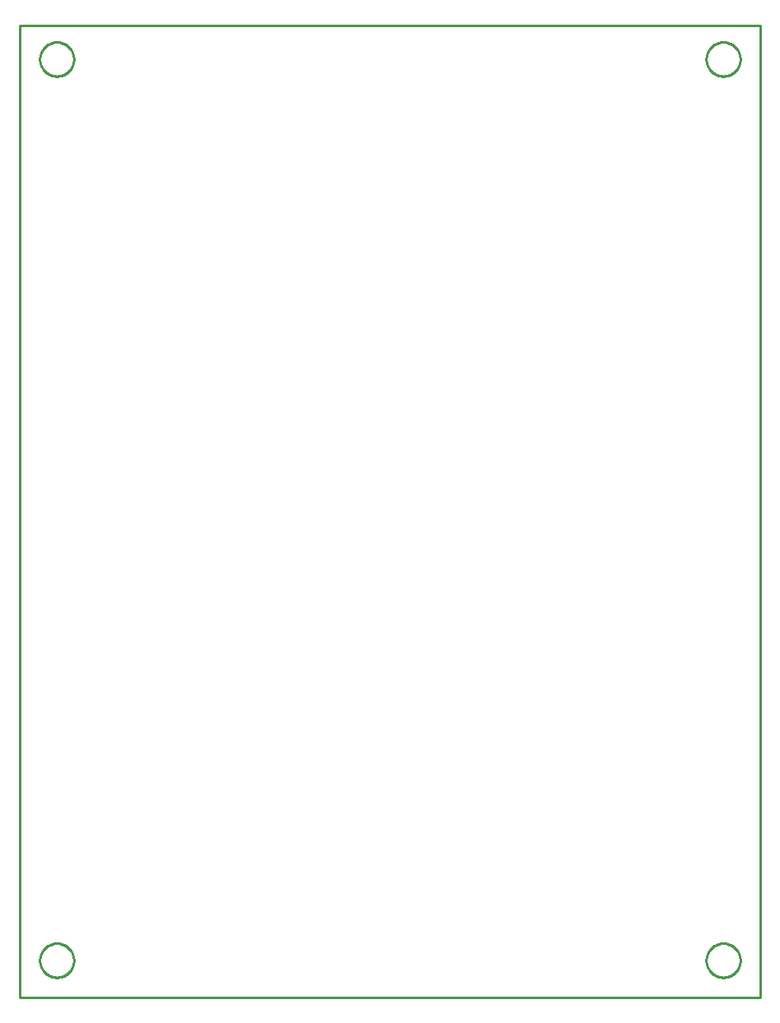
<source format=gbr>
G04 EAGLE Gerber RS-274X export*
G75*
%MOMM*%
%FSLAX34Y34*%
%LPD*%
%IN*%
%IPPOS*%
%AMOC8*
5,1,8,0,0,1.08239X$1,22.5*%
G01*
%ADD10C,0.254000*%


D10*
X0Y0D02*
X761800Y0D01*
X761800Y1000000D01*
X0Y1000000D01*
X0Y0D01*
X55600Y964627D02*
X55525Y963484D01*
X55376Y962348D01*
X55152Y961224D01*
X54855Y960117D01*
X54487Y959032D01*
X54049Y957974D01*
X53542Y956946D01*
X52969Y955954D01*
X52332Y955001D01*
X51635Y954092D01*
X50879Y953231D01*
X50069Y952421D01*
X49208Y951665D01*
X48299Y950968D01*
X47346Y950331D01*
X46354Y949758D01*
X45326Y949251D01*
X44268Y948813D01*
X43183Y948445D01*
X42076Y948148D01*
X40952Y947925D01*
X39816Y947775D01*
X38673Y947700D01*
X37527Y947700D01*
X36384Y947775D01*
X35248Y947925D01*
X34124Y948148D01*
X33017Y948445D01*
X31932Y948813D01*
X30874Y949251D01*
X29846Y949758D01*
X28854Y950331D01*
X27901Y950968D01*
X26992Y951665D01*
X26131Y952421D01*
X25321Y953231D01*
X24565Y954092D01*
X23868Y955001D01*
X23231Y955954D01*
X22658Y956946D01*
X22151Y957974D01*
X21713Y959032D01*
X21345Y960117D01*
X21048Y961224D01*
X20825Y962348D01*
X20675Y963484D01*
X20600Y964627D01*
X20600Y965773D01*
X20675Y966916D01*
X20825Y968052D01*
X21048Y969176D01*
X21345Y970283D01*
X21713Y971368D01*
X22151Y972426D01*
X22658Y973454D01*
X23231Y974446D01*
X23868Y975399D01*
X24565Y976308D01*
X25321Y977169D01*
X26131Y977979D01*
X26992Y978735D01*
X27901Y979432D01*
X28854Y980069D01*
X29846Y980642D01*
X30874Y981149D01*
X31932Y981587D01*
X33017Y981955D01*
X34124Y982252D01*
X35248Y982476D01*
X36384Y982625D01*
X37527Y982700D01*
X38673Y982700D01*
X39816Y982625D01*
X40952Y982476D01*
X42076Y982252D01*
X43183Y981955D01*
X44268Y981587D01*
X45326Y981149D01*
X46354Y980642D01*
X47346Y980069D01*
X48299Y979432D01*
X49208Y978735D01*
X50069Y977979D01*
X50879Y977169D01*
X51635Y976308D01*
X52332Y975399D01*
X52969Y974446D01*
X53542Y973454D01*
X54049Y972426D01*
X54487Y971368D01*
X54855Y970283D01*
X55152Y969176D01*
X55376Y968052D01*
X55525Y966916D01*
X55600Y965773D01*
X55600Y964627D01*
X741400Y964627D02*
X741325Y963484D01*
X741176Y962348D01*
X740952Y961224D01*
X740655Y960117D01*
X740287Y959032D01*
X739849Y957974D01*
X739342Y956946D01*
X738769Y955954D01*
X738132Y955001D01*
X737435Y954092D01*
X736679Y953231D01*
X735869Y952421D01*
X735008Y951665D01*
X734099Y950968D01*
X733146Y950331D01*
X732154Y949758D01*
X731126Y949251D01*
X730068Y948813D01*
X728983Y948445D01*
X727876Y948148D01*
X726752Y947925D01*
X725616Y947775D01*
X724473Y947700D01*
X723327Y947700D01*
X722184Y947775D01*
X721048Y947925D01*
X719924Y948148D01*
X718817Y948445D01*
X717732Y948813D01*
X716674Y949251D01*
X715646Y949758D01*
X714654Y950331D01*
X713701Y950968D01*
X712792Y951665D01*
X711931Y952421D01*
X711121Y953231D01*
X710365Y954092D01*
X709668Y955001D01*
X709031Y955954D01*
X708458Y956946D01*
X707951Y957974D01*
X707513Y959032D01*
X707145Y960117D01*
X706848Y961224D01*
X706625Y962348D01*
X706475Y963484D01*
X706400Y964627D01*
X706400Y965773D01*
X706475Y966916D01*
X706625Y968052D01*
X706848Y969176D01*
X707145Y970283D01*
X707513Y971368D01*
X707951Y972426D01*
X708458Y973454D01*
X709031Y974446D01*
X709668Y975399D01*
X710365Y976308D01*
X711121Y977169D01*
X711931Y977979D01*
X712792Y978735D01*
X713701Y979432D01*
X714654Y980069D01*
X715646Y980642D01*
X716674Y981149D01*
X717732Y981587D01*
X718817Y981955D01*
X719924Y982252D01*
X721048Y982476D01*
X722184Y982625D01*
X723327Y982700D01*
X724473Y982700D01*
X725616Y982625D01*
X726752Y982476D01*
X727876Y982252D01*
X728983Y981955D01*
X730068Y981587D01*
X731126Y981149D01*
X732154Y980642D01*
X733146Y980069D01*
X734099Y979432D01*
X735008Y978735D01*
X735869Y977979D01*
X736679Y977169D01*
X737435Y976308D01*
X738132Y975399D01*
X738769Y974446D01*
X739342Y973454D01*
X739849Y972426D01*
X740287Y971368D01*
X740655Y970283D01*
X740952Y969176D01*
X741176Y968052D01*
X741325Y966916D01*
X741400Y965773D01*
X741400Y964627D01*
X55600Y37527D02*
X55525Y36384D01*
X55376Y35248D01*
X55152Y34124D01*
X54855Y33017D01*
X54487Y31932D01*
X54049Y30874D01*
X53542Y29846D01*
X52969Y28854D01*
X52332Y27901D01*
X51635Y26992D01*
X50879Y26131D01*
X50069Y25321D01*
X49208Y24565D01*
X48299Y23868D01*
X47346Y23231D01*
X46354Y22658D01*
X45326Y22151D01*
X44268Y21713D01*
X43183Y21345D01*
X42076Y21048D01*
X40952Y20825D01*
X39816Y20675D01*
X38673Y20600D01*
X37527Y20600D01*
X36384Y20675D01*
X35248Y20825D01*
X34124Y21048D01*
X33017Y21345D01*
X31932Y21713D01*
X30874Y22151D01*
X29846Y22658D01*
X28854Y23231D01*
X27901Y23868D01*
X26992Y24565D01*
X26131Y25321D01*
X25321Y26131D01*
X24565Y26992D01*
X23868Y27901D01*
X23231Y28854D01*
X22658Y29846D01*
X22151Y30874D01*
X21713Y31932D01*
X21345Y33017D01*
X21048Y34124D01*
X20825Y35248D01*
X20675Y36384D01*
X20600Y37527D01*
X20600Y38673D01*
X20675Y39816D01*
X20825Y40952D01*
X21048Y42076D01*
X21345Y43183D01*
X21713Y44268D01*
X22151Y45326D01*
X22658Y46354D01*
X23231Y47346D01*
X23868Y48299D01*
X24565Y49208D01*
X25321Y50069D01*
X26131Y50879D01*
X26992Y51635D01*
X27901Y52332D01*
X28854Y52969D01*
X29846Y53542D01*
X30874Y54049D01*
X31932Y54487D01*
X33017Y54855D01*
X34124Y55152D01*
X35248Y55376D01*
X36384Y55525D01*
X37527Y55600D01*
X38673Y55600D01*
X39816Y55525D01*
X40952Y55376D01*
X42076Y55152D01*
X43183Y54855D01*
X44268Y54487D01*
X45326Y54049D01*
X46354Y53542D01*
X47346Y52969D01*
X48299Y52332D01*
X49208Y51635D01*
X50069Y50879D01*
X50879Y50069D01*
X51635Y49208D01*
X52332Y48299D01*
X52969Y47346D01*
X53542Y46354D01*
X54049Y45326D01*
X54487Y44268D01*
X54855Y43183D01*
X55152Y42076D01*
X55376Y40952D01*
X55525Y39816D01*
X55600Y38673D01*
X55600Y37527D01*
X741400Y37527D02*
X741325Y36384D01*
X741176Y35248D01*
X740952Y34124D01*
X740655Y33017D01*
X740287Y31932D01*
X739849Y30874D01*
X739342Y29846D01*
X738769Y28854D01*
X738132Y27901D01*
X737435Y26992D01*
X736679Y26131D01*
X735869Y25321D01*
X735008Y24565D01*
X734099Y23868D01*
X733146Y23231D01*
X732154Y22658D01*
X731126Y22151D01*
X730068Y21713D01*
X728983Y21345D01*
X727876Y21048D01*
X726752Y20825D01*
X725616Y20675D01*
X724473Y20600D01*
X723327Y20600D01*
X722184Y20675D01*
X721048Y20825D01*
X719924Y21048D01*
X718817Y21345D01*
X717732Y21713D01*
X716674Y22151D01*
X715646Y22658D01*
X714654Y23231D01*
X713701Y23868D01*
X712792Y24565D01*
X711931Y25321D01*
X711121Y26131D01*
X710365Y26992D01*
X709668Y27901D01*
X709031Y28854D01*
X708458Y29846D01*
X707951Y30874D01*
X707513Y31932D01*
X707145Y33017D01*
X706848Y34124D01*
X706625Y35248D01*
X706475Y36384D01*
X706400Y37527D01*
X706400Y38673D01*
X706475Y39816D01*
X706625Y40952D01*
X706848Y42076D01*
X707145Y43183D01*
X707513Y44268D01*
X707951Y45326D01*
X708458Y46354D01*
X709031Y47346D01*
X709668Y48299D01*
X710365Y49208D01*
X711121Y50069D01*
X711931Y50879D01*
X712792Y51635D01*
X713701Y52332D01*
X714654Y52969D01*
X715646Y53542D01*
X716674Y54049D01*
X717732Y54487D01*
X718817Y54855D01*
X719924Y55152D01*
X721048Y55376D01*
X722184Y55525D01*
X723327Y55600D01*
X724473Y55600D01*
X725616Y55525D01*
X726752Y55376D01*
X727876Y55152D01*
X728983Y54855D01*
X730068Y54487D01*
X731126Y54049D01*
X732154Y53542D01*
X733146Y52969D01*
X734099Y52332D01*
X735008Y51635D01*
X735869Y50879D01*
X736679Y50069D01*
X737435Y49208D01*
X738132Y48299D01*
X738769Y47346D01*
X739342Y46354D01*
X739849Y45326D01*
X740287Y44268D01*
X740655Y43183D01*
X740952Y42076D01*
X741176Y40952D01*
X741325Y39816D01*
X741400Y38673D01*
X741400Y37527D01*
M02*

</source>
